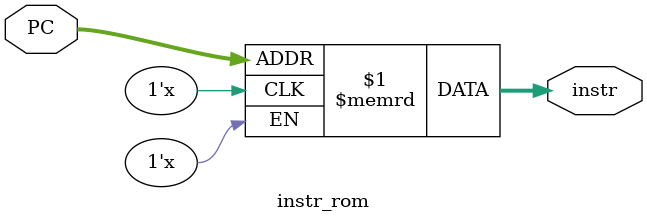
<source format=sv>
module instr_rom(
  input [2:0] PC,
  output[9:0] instr);

logic[9:0] core[2**3];

assign instr = core[PC];

endmodule
</source>
